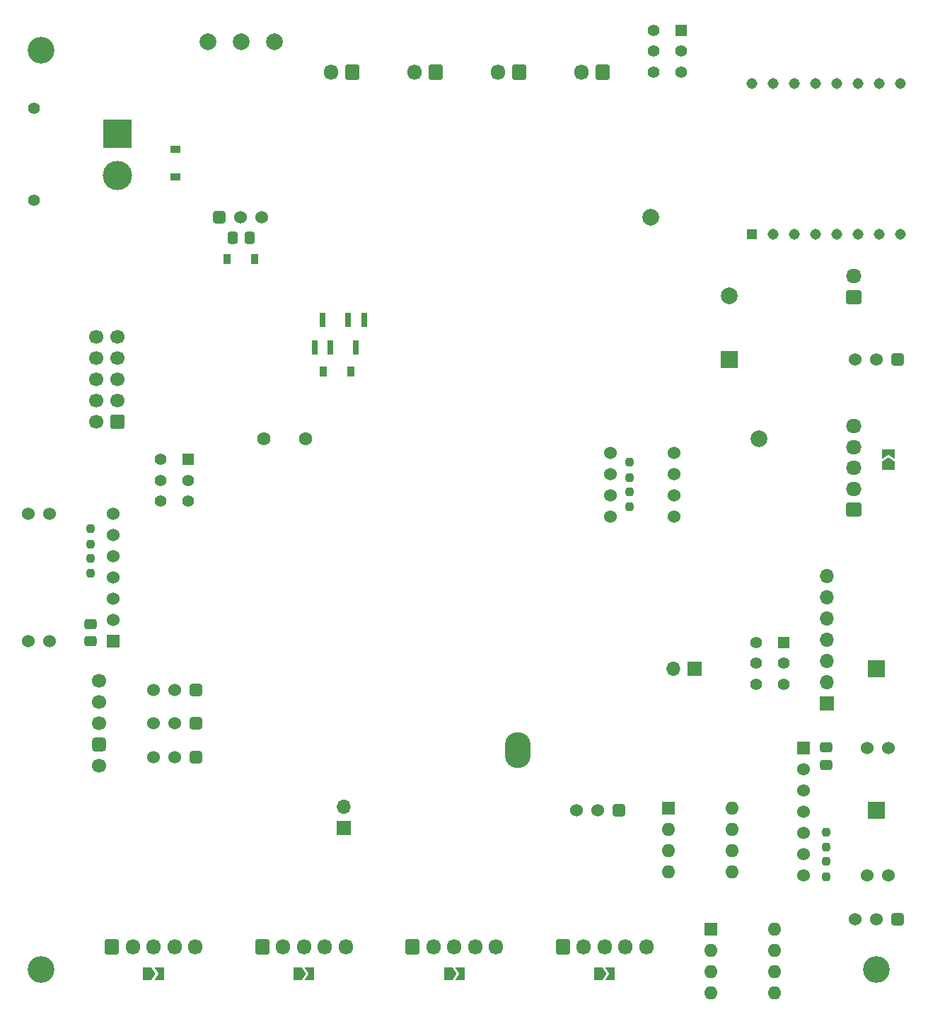
<source format=gbr>
%TF.GenerationSoftware,KiCad,Pcbnew,(6.0.11)*%
%TF.CreationDate,2023-09-12T01:08:27+09:00*%
%TF.ProjectId,Main,4d61696e-2e6b-4696-9361-645f70636258,rev?*%
%TF.SameCoordinates,Original*%
%TF.FileFunction,Soldermask,Bot*%
%TF.FilePolarity,Negative*%
%FSLAX46Y46*%
G04 Gerber Fmt 4.6, Leading zero omitted, Abs format (unit mm)*
G04 Created by KiCad (PCBNEW (6.0.11)) date 2023-09-12 01:08:27*
%MOMM*%
%LPD*%
G01*
G04 APERTURE LIST*
G04 Aperture macros list*
%AMRoundRect*
0 Rectangle with rounded corners*
0 $1 Rounding radius*
0 $2 $3 $4 $5 $6 $7 $8 $9 X,Y pos of 4 corners*
0 Add a 4 corners polygon primitive as box body*
4,1,4,$2,$3,$4,$5,$6,$7,$8,$9,$2,$3,0*
0 Add four circle primitives for the rounded corners*
1,1,$1+$1,$2,$3*
1,1,$1+$1,$4,$5*
1,1,$1+$1,$6,$7*
1,1,$1+$1,$8,$9*
0 Add four rect primitives between the rounded corners*
20,1,$1+$1,$2,$3,$4,$5,0*
20,1,$1+$1,$4,$5,$6,$7,0*
20,1,$1+$1,$6,$7,$8,$9,0*
20,1,$1+$1,$8,$9,$2,$3,0*%
%AMFreePoly0*
4,1,6,1.000000,0.000000,0.500000,-0.750000,-0.500000,-0.750000,-0.500000,0.750000,0.500000,0.750000,1.000000,0.000000,1.000000,0.000000,$1*%
%AMFreePoly1*
4,1,6,0.500000,-0.750000,-0.650000,-0.750000,-0.150000,0.000000,-0.650000,0.750000,0.500000,0.750000,0.500000,-0.750000,0.500000,-0.750000,$1*%
G04 Aperture macros list end*
%ADD10RoundRect,0.381000X-0.381000X0.381000X-0.381000X-0.381000X0.381000X-0.381000X0.381000X0.381000X0*%
%ADD11C,1.524000*%
%ADD12RoundRect,0.250000X0.600000X0.675000X-0.600000X0.675000X-0.600000X-0.675000X0.600000X-0.675000X0*%
%ADD13O,1.700000X1.850000*%
%ADD14C,2.000000*%
%ADD15R,1.700000X1.700000*%
%ADD16O,1.700000X1.700000*%
%ADD17R,1.600000X1.600000*%
%ADD18O,1.600000X1.600000*%
%ADD19C,3.200000*%
%ADD20RoundRect,0.250000X-0.600000X-0.675000X0.600000X-0.675000X0.600000X0.675000X-0.600000X0.675000X0*%
%ADD21R,1.400000X1.400000*%
%ADD22C,1.400000*%
%ADD23RoundRect,0.250000X0.675000X-0.600000X0.675000X0.600000X-0.675000X0.600000X-0.675000X-0.600000X0*%
%ADD24O,1.850000X1.700000*%
%ADD25R,1.524000X1.524000*%
%ADD26RoundRect,0.250000X0.600000X0.600000X-0.600000X0.600000X-0.600000X-0.600000X0.600000X-0.600000X0*%
%ADD27C,1.700000*%
%ADD28RoundRect,0.381000X0.381000X-0.381000X0.381000X0.381000X-0.381000X0.381000X-0.381000X-0.381000X0*%
%ADD29R,3.500000X3.500000*%
%ADD30C,3.500000*%
%ADD31RoundRect,0.425000X0.425000X0.425000X-0.425000X0.425000X-0.425000X-0.425000X0.425000X-0.425000X0*%
%ADD32R,2.000000X2.000000*%
%ADD33R,1.308000X1.308000*%
%ADD34C,1.308000*%
%ADD35O,3.100000X4.300000*%
%ADD36C,1.600000*%
%ADD37RoundRect,0.237500X0.237500X-0.250000X0.237500X0.250000X-0.237500X0.250000X-0.237500X-0.250000X0*%
%ADD38FreePoly0,90.000000*%
%ADD39FreePoly1,90.000000*%
%ADD40R,0.900000X1.200000*%
%ADD41FreePoly0,0.000000*%
%ADD42FreePoly1,0.000000*%
%ADD43RoundRect,0.237500X-0.237500X0.250000X-0.237500X-0.250000X0.237500X-0.250000X0.237500X0.250000X0*%
%ADD44RoundRect,0.250000X0.475000X-0.337500X0.475000X0.337500X-0.475000X0.337500X-0.475000X-0.337500X0*%
%ADD45RoundRect,0.250000X-0.337500X-0.475000X0.337500X-0.475000X0.337500X0.475000X-0.337500X0.475000X0*%
%ADD46RoundRect,0.250000X-0.475000X0.337500X-0.475000X-0.337500X0.475000X-0.337500X0.475000X0.337500X0*%
%ADD47R,1.200000X0.900000*%
%ADD48R,0.800000X1.800000*%
G04 APERTURE END LIST*
D10*
%TO.C,SW5*%
X173130000Y-145670000D03*
D11*
X170590000Y-145670000D03*
X168050000Y-145670000D03*
%TD*%
D12*
%TO.C,J14*%
X161190000Y-57390001D03*
D13*
X158690000Y-57390001D03*
%TD*%
D14*
%TO.C,TP4*%
X189940000Y-101240000D03*
%TD*%
%TO.C,TP2*%
X131940000Y-53740000D03*
%TD*%
%TO.C,TP5*%
X123940000Y-53740000D03*
%TD*%
D15*
%TO.C,JP3*%
X140170000Y-147805000D03*
D16*
X140170000Y-145265000D03*
%TD*%
D14*
%TO.C,TP1*%
X127940000Y-53740000D03*
%TD*%
D17*
%TO.C,SW13*%
X184140000Y-159940000D03*
D18*
X184140000Y-162480000D03*
X184140000Y-165020000D03*
X184140000Y-167560000D03*
X191760000Y-167560000D03*
X191760000Y-165020000D03*
X191760000Y-162480000D03*
X191760000Y-159940000D03*
%TD*%
D19*
%TO.C,H4*%
X103940000Y-164740000D03*
%TD*%
D17*
%TO.C,SW6*%
X179100000Y-145440000D03*
D18*
X179100000Y-147980000D03*
X179100000Y-150520000D03*
X179100000Y-153060000D03*
X186720000Y-153060000D03*
X186720000Y-150520000D03*
X186720000Y-147980000D03*
X186720000Y-145440000D03*
%TD*%
D20*
%TO.C,J7*%
X130440000Y-162090000D03*
D13*
X132940000Y-162090000D03*
X135440000Y-162090000D03*
X137940000Y-162090000D03*
X140440000Y-162090000D03*
%TD*%
D21*
%TO.C,SW14*%
X180590000Y-52392501D03*
D22*
X180590000Y-54892501D03*
X180590000Y-57392501D03*
X177290000Y-52392501D03*
X177290000Y-54892501D03*
X177290000Y-57392501D03*
%TD*%
D23*
%TO.C,J10*%
X201290000Y-109740000D03*
D24*
X201290000Y-107240000D03*
X201290000Y-104740000D03*
X201290000Y-102240000D03*
X201290000Y-99740000D03*
%TD*%
D10*
%TO.C,SW10*%
X122480000Y-135330000D03*
D11*
X119940000Y-135330000D03*
X117400000Y-135330000D03*
%TD*%
D10*
%TO.C,SW15*%
X206480000Y-91740000D03*
D11*
X203940000Y-91740000D03*
X201400000Y-91740000D03*
%TD*%
D23*
%TO.C,J12*%
X201290000Y-84290000D03*
D24*
X201290000Y-81790000D03*
%TD*%
D15*
%TO.C,JP1*%
X182215000Y-128740000D03*
D16*
X179675000Y-128740000D03*
%TD*%
D11*
%TO.C,J1*%
X195250000Y-145835000D03*
X195250000Y-153455000D03*
D25*
X195250000Y-138215000D03*
D11*
X195250000Y-148375000D03*
X195250000Y-143295000D03*
X195250000Y-140755000D03*
X195250000Y-150915000D03*
X202870000Y-153455000D03*
X202870000Y-138215000D03*
X205410000Y-153455000D03*
X205410000Y-138215000D03*
%TD*%
D26*
%TO.C,J5*%
X113137500Y-99240000D03*
D27*
X110597500Y-99240000D03*
X113137500Y-96700000D03*
X110597500Y-96700000D03*
X113137500Y-94160000D03*
X110597500Y-94160000D03*
X113137500Y-91620000D03*
X110597500Y-91620000D03*
X113137500Y-89080000D03*
X110597500Y-89080000D03*
%TD*%
D28*
%TO.C,U3*%
X125350000Y-74740000D03*
D11*
X127890000Y-74740000D03*
X130430000Y-74740000D03*
%TD*%
D12*
%TO.C,J11*%
X141190000Y-57390000D03*
D13*
X138690000Y-57390000D03*
%TD*%
D19*
%TO.C,H3*%
X103940000Y-54740000D03*
%TD*%
D11*
%TO.C,U7*%
X172130000Y-105470000D03*
X179750000Y-105470000D03*
X172130000Y-102930000D03*
X179750000Y-110550000D03*
X179750000Y-108010000D03*
X172130000Y-110550000D03*
X172130000Y-108010000D03*
X179750000Y-102930000D03*
%TD*%
D21*
%TO.C,SW2*%
X192880000Y-125632500D03*
D22*
X192880000Y-128132500D03*
X192880000Y-130632500D03*
X189580000Y-125632500D03*
X189580000Y-128132500D03*
X189580000Y-130632500D03*
%TD*%
D20*
%TO.C,J6*%
X112440000Y-162090000D03*
D13*
X114940000Y-162090000D03*
X117440000Y-162090000D03*
X119940000Y-162090000D03*
X122440000Y-162090000D03*
%TD*%
D21*
%TO.C,SW16*%
X121590000Y-103740000D03*
D22*
X121590000Y-106240000D03*
X121590000Y-108740000D03*
X118290000Y-103740000D03*
X118290000Y-106240000D03*
X118290000Y-108740000D03*
%TD*%
D14*
%TO.C,TP3*%
X176940000Y-74740000D03*
%TD*%
D22*
%TO.C,J3*%
X103115000Y-72740000D03*
X103115000Y-61740000D03*
D29*
X113115000Y-64740000D03*
D30*
X113115000Y-69740000D03*
%TD*%
D12*
%TO.C,J13*%
X151190000Y-57390000D03*
D13*
X148690000Y-57390000D03*
%TD*%
D19*
%TO.C,H5*%
X203940000Y-164740000D03*
%TD*%
D20*
%TO.C,J8*%
X148440000Y-162090000D03*
D13*
X150940000Y-162090000D03*
X153440000Y-162090000D03*
X155940000Y-162090000D03*
X158440000Y-162090000D03*
%TD*%
D31*
%TO.C,SW1*%
X110940000Y-137870000D03*
D27*
X110940000Y-135330000D03*
X110940000Y-132790000D03*
X110940000Y-140410000D03*
X110940000Y-130250000D03*
%TD*%
D32*
%TO.C,LS1*%
X186340000Y-91740000D03*
D14*
X186340000Y-84140000D03*
%TD*%
D10*
%TO.C,SW11*%
X122480000Y-139330000D03*
D11*
X119940000Y-139330000D03*
X117400000Y-139330000D03*
%TD*%
D33*
%TO.C,U9*%
X189050000Y-76757000D03*
D34*
X191590000Y-76757000D03*
X194130000Y-76757000D03*
X196670000Y-76757000D03*
X199210000Y-76757000D03*
X201750000Y-76757000D03*
X204290000Y-76757000D03*
X206830000Y-76757000D03*
X206830000Y-58723000D03*
X204290000Y-58723000D03*
X201750000Y-58723000D03*
X199210000Y-58723000D03*
X196670000Y-58723000D03*
X194130000Y-58723000D03*
X191590000Y-58723000D03*
X189050000Y-58723000D03*
%TD*%
D35*
%TO.C,U5*%
X161048579Y-138544012D03*
%TD*%
D36*
%TO.C,C19*%
X130680000Y-101240000D03*
X135680000Y-101240000D03*
%TD*%
D10*
%TO.C,SW7*%
X122480000Y-131330000D03*
D11*
X119940000Y-131330000D03*
X117400000Y-131330000D03*
%TD*%
D20*
%TO.C,J9*%
X166440000Y-162090000D03*
D13*
X168940000Y-162090000D03*
X171440000Y-162090000D03*
X173940000Y-162090000D03*
X176440000Y-162090000D03*
%TD*%
D10*
%TO.C,SW3*%
X206480000Y-158740000D03*
D11*
X203940000Y-158740000D03*
X201400000Y-158740000D03*
%TD*%
%TO.C,J4*%
X112630000Y-110240000D03*
X112630000Y-117860000D03*
D25*
X112630000Y-125480000D03*
D11*
X112630000Y-115320000D03*
X112630000Y-120400000D03*
X112630000Y-122940000D03*
X112630000Y-112780000D03*
X105010000Y-125480000D03*
X105010000Y-110240000D03*
X102470000Y-125480000D03*
X102470000Y-110240000D03*
%TD*%
D12*
%TO.C,J15*%
X171190000Y-57390001D03*
D13*
X168690000Y-57390001D03*
%TD*%
D15*
%TO.C,J2*%
X198040000Y-132890000D03*
D16*
X198040000Y-130350000D03*
X198040000Y-127810000D03*
X198040000Y-125270000D03*
X198040000Y-122730000D03*
X198040000Y-120190000D03*
X198040000Y-117650000D03*
%TD*%
D37*
%TO.C,R2*%
X197940000Y-150152500D03*
X197940000Y-148327500D03*
%TD*%
D38*
%TO.C,JP2*%
X205440000Y-104465000D03*
D39*
X205440000Y-103015000D03*
%TD*%
D40*
%TO.C,D7*%
X137790000Y-93240000D03*
X141090000Y-93240000D03*
%TD*%
D41*
%TO.C,JP6*%
X152715000Y-165240000D03*
D42*
X154165000Y-165240000D03*
%TD*%
D37*
%TO.C,R5*%
X109940000Y-113867500D03*
X109940000Y-112042500D03*
%TD*%
D32*
%TO.C,H1*%
X203940000Y-145740000D03*
%TD*%
D43*
%TO.C,R44*%
X174440000Y-104082224D03*
X174440000Y-105907224D03*
%TD*%
D37*
%TO.C,R1*%
X197962500Y-153652500D03*
X197962500Y-151827500D03*
%TD*%
D44*
%TO.C,C1*%
X197940000Y-140277500D03*
X197940000Y-138202500D03*
%TD*%
D45*
%TO.C,C11*%
X126902500Y-77240000D03*
X128977500Y-77240000D03*
%TD*%
D46*
%TO.C,C5*%
X109940000Y-123417500D03*
X109940000Y-125492500D03*
%TD*%
D41*
%TO.C,JP4*%
X116715000Y-165240000D03*
D42*
X118165000Y-165240000D03*
%TD*%
D32*
%TO.C,H2*%
X203940000Y-128740000D03*
%TD*%
D40*
%TO.C,D5*%
X126240000Y-79740000D03*
X129540000Y-79740000D03*
%TD*%
D47*
%TO.C,D2*%
X120090000Y-69890000D03*
X120090000Y-66590000D03*
%TD*%
D43*
%TO.C,R45*%
X174440000Y-107582224D03*
X174440000Y-109407224D03*
%TD*%
D41*
%TO.C,JP7*%
X170715000Y-165240000D03*
D42*
X172165000Y-165240000D03*
%TD*%
D37*
%TO.C,R7*%
X109940000Y-117367500D03*
X109940000Y-115542500D03*
%TD*%
D48*
%TO.C,Q7*%
X140740000Y-87040000D03*
X142640000Y-87040000D03*
X141690000Y-90340000D03*
%TD*%
%TO.C,Q10*%
X138640000Y-90340000D03*
X136740000Y-90340000D03*
X137690000Y-87040000D03*
%TD*%
D41*
%TO.C,JP5*%
X134715000Y-165240000D03*
D42*
X136165000Y-165240000D03*
%TD*%
M02*

</source>
